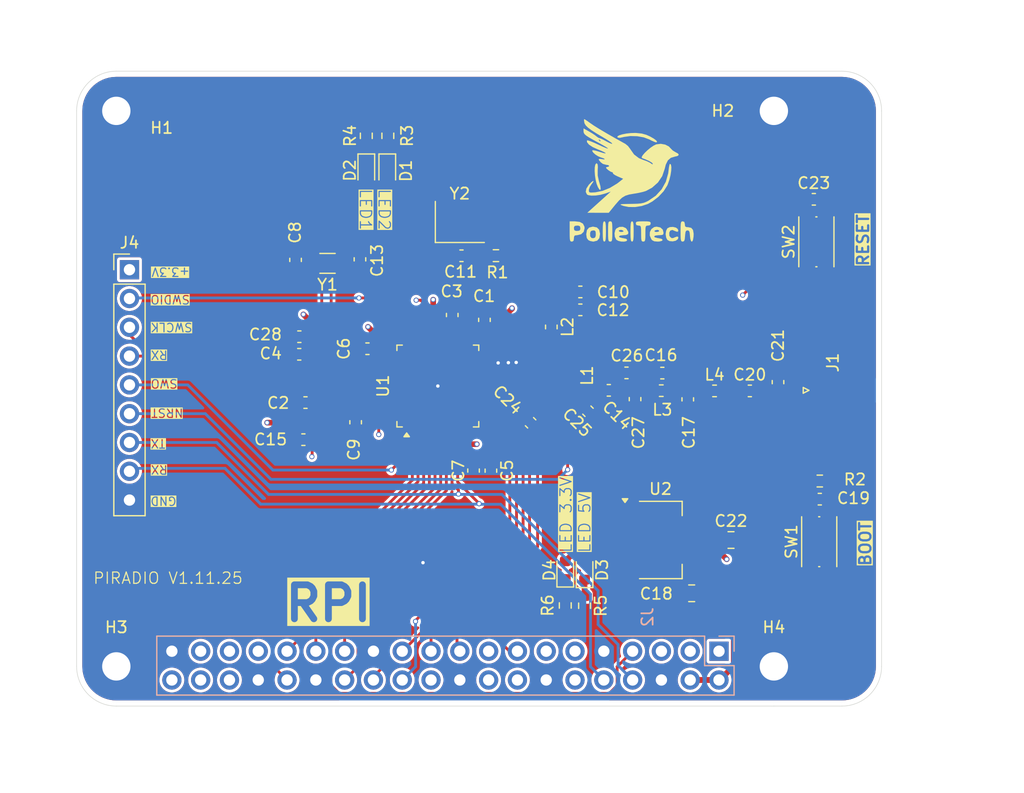
<source format=kicad_pcb>
(kicad_pcb (version 20241229) (generator "pcbnew") (generator_version "9.0")
  (layers (0 "F.Cu" signal "L1.SIGNAL") (4 "In1.Cu" signal "L2.GND") (6 "In2.Cu" signal "L3.PWR") (2 "B.Cu" signal "L4.SIGNAL") (13 "F.Paste" user) (15 "B.Paste" user) (5 "F.SilkS" user "F.Silkscreen") (7 "B.SilkS" user "B.Silkscreen") (1 "F.Mask" user) (3 "B.Mask" user) (25 "Edge.Cuts" user))
  (net 0 "")
  (net 1 "+3.3V")
  (net 2 "GND")
  (net 3 "/OSC32_OUT")
  (net 4 "VR_PA")
  (net 5 "Net-(C11-Pad2)")
  (net 6 "Net-(Y2-OUT)")
  (net 7 "/OSC32_IN")
  (net 8 "Net-(U1-RFO_HP)")
  (net 9 "/RFI_N")
  (net 10 "/VFBSMPS")
  (net 11 "Net-(C16-Pad1)")
  (net 12 "+5V")
  (net 13 "Net-(C19-Pad1)")
  (net 14 "Net-(J1-In)")
  (net 15 "Net-(C20-Pad1)")
  (net 16 "NRST")
  (net 17 "/I2C1_SCL")
  (net 18 "/I2C1_SDA")
  (net 19 "/SPI1_MISO")
  (net 20 "/PA0")
  (net 22 "/PA4")
  (net 23 "/PB5")
  (net 24 "/SPI1_SCK")
  (net 25 "/SPI1_MOSI")
  (net 27 "/PA8")
  (net 28 "/PB8")
  (net 29 "/USART2_RX")
  (net 31 "/PA1")
  (net 34 "/PB4")
  (net 36 "/USART2_TX")
  (net 38 "/DEBUG_JTDI")
  (net 39 "/DEBUG_JTDO-SWO")
  (net 40 "/DEBUG_JTCK-SWCLK")
  (net 41 "/DEBUG_JTMS-SWDIO")
  (net 42 "/RFI_P")
  (net 43 "/OSC_IN")
  (net 44 "/BOOT")
  (net 46 "/VDDTCXO")
  (net 50 "Net-(C14-Pad1)")
  (net 61 "unconnected-(J2-GPIO18{slash}SPI1_~{CE0}{slash}PCM_CLK{slash}PWM0-Pad12)")
  (net 65 "Net-(D1-K)")
  (net 66 "/LED1")
  (net 67 "/LED2")
  (net 68 "Net-(D2-K)")
  (net 69 "Net-(D3-K)")
  (net 70 "Net-(D4-K)")
  (footprint "Capacitor_SMD:C_0603_1608Metric" (layer "F.Cu") (at 156.685 85.73 180)
    (property "Reference" "C2")
    (property "Value" "0.1u")
  )
  (footprint "Capacitor_SMD:C_0603_1608Metric" (layer "F.Cu") (at 185.755 85.425 -90)
    (property "Reference" "C27")
    (property "Value" "0.7p")
  )
  (footprint "Connector_PinHeader_2.54mm:PinHeader_1x09_P2.54mm_Vertical" (layer "F.Cu") (at 141.16 74.01)
    (property "Reference" "J4")
    (property "Value" "SWD")
  )
  (footprint "Package_DFN_QFN:QFN-48-1EP_7x7mm_P0.5mm_EP5.6x5.6mm" (layer "F.Cu") (at 168.36 84.27 90)
    (property "Reference" "U1")
    (property "Value" "STM32WLE5CCUx")
  )
  (footprint "Resistor_SMD:R_0603_1608Metric" (layer "F.Cu") (at 163.95 62.2 90)
    (property "Reference" "R3")
    (property "Value" "1k")
  )
  (footprint "Capacitor_SMD:C_0603_1608Metric" (layer "F.Cu") (at 190.405 85.445 -90)
    (property "Reference" "C17")
    (property "Value" "7.5p")
  )
  (footprint "Button_Switch_SMD:SW_Push_1P1T_NO_CK_KMR2" (layer "F.Cu") (at 201.75 71.55 90)
    (property "Reference" "SW2")
    (property "Value" "RSET")
  )
  (footprint "Capacitor_SMD:C_0603_1608Metric" (layer "F.Cu") (at 195.88 84.7)
    (property "Reference" "C20")
    (property "Value" "33p")
  )
  (footprint "Capacitor_SMD:C_0603_1608Metric" (layer "F.Cu") (at 198.365 83.925 90)
    (property "Reference" "C21")
    (property "Value" "2.2p")
  )
  (footprint "Capacitor_SMD:C_0603_1608Metric" (layer "F.Cu") (at 156.135 81.47 180)
    (property "Reference" "C4")
    (property "Value" "0.1u")
  )
  (footprint "Capacitor_SMD:C_0603_1608Metric" (layer "F.Cu") (at 156.5 89 180)
    (property "Reference" "C15")
    (property "Value" "0.47u")
  )
  (footprint "Capacitor_SMD:C_0603_1608Metric" (layer "F.Cu") (at 181.601992 86.491992 -45)
    (property "Reference" "C25")
    (property "Value" "4.3p")
  )
  (footprint "Capacitor_SMD:C_0603_1608Metric" (layer "F.Cu") (at 180.93 75.97)
    (property "Reference" "C10")
    (property "Value" "47n")
  )
  (footprint "Button_Switch_SMD:SW_Push_1P1T_NO_CK_KMR2" (layer "F.Cu") (at 202 98 90)
    (property "Reference" "SW1")
    (property "Value" "BOOT")
  )
  (footprint "LED_SMD:LED_0603_1608Metric" (layer "F.Cu") (at 179.6 100.512499 90)
    (property "Reference" "D4")
    (property "Value" "LED_3.3")
  )
  (footprint "Resistor_SMD:R_0603_1608Metric" (layer "F.Cu") (at 181.3 103.649996 -90)
    (property "Reference" "R5")
    (property "Value" "1k")
  )
  (footprint "Capacitor_SMD:C_0603_1608Metric" (layer "F.Cu") (at 172.47 78.435 90)
    (property "Reference" "C1")
    (property "Value" "0.1u")
  )
  (footprint "Capacitor_SMD:C_0603_1608Metric" (layer "F.Cu") (at 202.05 94.25)
    (property "Reference" "C19")
    (property "Value" "0.1u")
  )
  (footprint "Resistor_SMD:R_0603_1608Metric" (layer "F.Cu") (at 173.485 72.77)
    (property "Reference" "R1")
    (property "Value" "220")
  )
  (footprint "Capacitor_SMD:C_0603_1608Metric" (layer "F.Cu") (at 176.541992 87.511992 -45)
    (property "Reference" "C24")
    (property "Value" "0.1u")
  )
  (footprint "Capacitor_SMD:C_0603_1608Metric" (layer "F.Cu") (at 183.44 84.65 180)
    (property "Reference" "C14")
    (property "Value" "4p")
  )
  (footprint "MountingHole:MountingHole_2.5mm_Pad" (layer "F.Cu") (at 140 60)
    (property "Reference" "H1")
    (property "Value" "MountingHole_Pad")
  )
  (footprint "Library:LOGO" (layer "F.Cu") (at 185.35 66.45)
    (property "Reference" "G***" (hide yes))
    (property "Value" "LOGO" (hide yes))
  )
  (footprint "Oscillator:Oscillator_SMD_SeikoEpson_SG8002CE-4Pin_3.2x2.5mm" (layer "F.Cu") (at 170.3 69.8)
    (property "Reference" "Y2")
    (property "Value" "TXCO")
  )
  (footprint "Resistor_SMD:R_0603_1608Metric" (layer "F.Cu") (at 179.600001 103.625 -90)
    (property "Reference" "R6")
    (property "Value" "1k")
  )
  (footprint "Capacitor_SMD:C_0603_1608Metric" (layer "F.Cu") (at 169.63 78.005 90)
    (property "Reference" "C3")
    (property "Value" "0.1u")
  )
  (footprint "Capacitor_SMD:C_0805_2012Metric" (layer "F.Cu") (at 194.22 97.8525)
    (property "Reference" "C22")
    (property "Value" "10u")
  )
  (footprint "Capacitor_SMD:C_0603_1608Metric" (layer "F.Cu") (at 156.145 79.92 180)
    (property "Reference" "C28")
    (property "Value" "0.1u")
  )
  (footprint "Inductor_SMD:L_0603_1608Metric" (layer "F.Cu") (at 178.37 79.06 -90)
    (property "Reference" "L2")
    (property "Value" "47n")
  )
  (footprint "LED_SMD:LED_0603_1608Metric" (layer "F.Cu") (at 163.9 65.287499 -90)
    (property "Reference" "D1")
    (property "Value" "LED_1")
  )
  (footprint "Inductor_SMD:L_0603_1608Metric" (layer "F.Cu") (at 192.7675 84.7)
    (property "Reference" "L4")
    (property "Value" "8.2n")
  )
  (footprint "Capacitor_SMD:C_0603_1608Metric" (layer "F.Cu") (at 185 83.11 180)
    (property "Reference" "C26")
    (property "Value" "33p")
  )
  (footprint "Inductor_SMD:L_0603_1608Metric" (layer "F.Cu") (at 188.0675 84.68)
    (property "Reference" "L3")
    (property "Value" "3.3n")
  )
  (footprint "LED_SMD:LED_0603_1608Metric" (layer "F.Cu") (at 181.3 100.562499 90)
    (property "Reference" "D3")
    (property "Value" "LED_5")
  )
  (footprint "Capacitor_SMD:C_0603_1608Metric" (layer "F.Cu") (at 161.49 73.095 90)
    (property "Reference" "C13")
    (property "Value" "0.1u")
  )
  (footprint "MountingHole:MountingHole_2.5mm_Pad" (layer "F.Cu") (at 198 60)
    (property "Reference" "H2")
    (property "Value" "MountingHole_Pad")
  )
  (footprint "Capacitor_SMD:C_0603_1608Metric" (layer "F.Cu") (at 173.04 91.735 -90)
    (property "Reference" "C5")
    (property "Value" "4.7u")
  )
  (footprint "Connector_Coaxial:SMA_Amphenol_132289_EdgeMount" (layer "F.Cu") (at 204.3 84.65)
    (property "Reference" "J1")
    (property "Value" "Conn_sma")
  )
  (footprint "Capacitor_SMD:C_0603_1608Metric" (layer "F.Cu") (at 201.525 67.8)
    (property "Reference" "C23")
    (property "Value" "0.1u")
  )
  (footprint "Capacitor_SMD:C_0805_2012Metric" (layer "F.Cu") (at 190.75 102.55)
    (property "Reference" "C18")
    (property "Value" "10u")
  )
  (footprint "Capacitor_SMD:C_0603_1608Metric" (layer "F.Cu") (at 161.11 87.465 -90)
    (property "Reference" "C9")
    (property "Value" "4.7u")
  )
  (footprint "Capacitor_SMD:C_0603_1608Metric" (layer "F.Cu") (at 155.81 73.145 90)
    (property "Reference" "C8")
    (property "Value" "0.1u")
  )
  (footprint "MountingHole:MountingHole_2.5mm_Pad" (layer "F.Cu") (at 198 109)
    (property "Reference" "H4")
    (property "Value" "MountingHole_Pad" (hide yes))
  )
  (footprint "MountingHole:MountingHole_2.5mm_Pad" (layer "F.Cu") (at 140 109)
    (property "Reference" "H3")
    (property "Value" "MountingHole_Pad" (hide yes))
  )
  (footprint "Resistor_SMD:R_0603_1608Metric" (layer "F.Cu") (at 162.05 62.200002 90)
    (property "Reference" "R4")
    (property "Value" "1k")
  )
  (footprint "Capacitor_SMD:C_0603_1608Metric" (layer "F.Cu") (at 162.15 80.98 180)
    (property "Reference" "C6")
    (property "Value" "0.1u")
  )
  (footprint "Crystal:Crystal_SMD_3215-2Pin_3.2x1.5mm" (layer "F.Cu") (at 158.630001 73.45)
    (property "Reference" "Y1")
    (property "Value" "32.768kHz")
  )
  (footprint "Capacitor_SMD:C_0603_1608Metric" (layer "F.Cu") (at 171.51 91.725 -90)
    (property "Reference" "C7")
    (property "Value" "0.1u")
  )
  (footprint "Capacitor_SMD:C_0603_1608Metric" (layer "F.Cu") (at 170.445 72.78)
    (property "Reference" "C11")
    (property "Value" "10p")
  )
  (footprint "Capacitor_SMD:C_0603_1608Metric" (layer "F.Cu") (at 180.93 77.55)
    (property "Reference" "C12")
    (property "Value" "68p")
  )
  (footprint "Inductor_SMD:L_0402_1005Metric" (layer "F.Cu") (at 180.355 83.352499 -90)
    (property "Reference" "L1")
    (property "Value" "9n")
  )
  (footprint "Resistor_SMD:R_0603_1608Metric" (layer "F.Cu") (at 202.05 92.65 180)
    (property "Reference" "R2")
    (property "Value" "10k")
  )
  (footprint "Package_TO_SOT_SMD:SOT-223-3_TabPin2" (layer "F.Cu") (at 188 97.85)
    (property "Reference" "U2")
    (property "Value" "TC1264-3.3VDB")
  )
  (footprint "LED_SMD:LED_0603_1608Metric" (layer "F.Cu") (at 162.05 65.287501 -90)
    (property "Reference" "D2")
    (property "Value" "LED_2")
  )
  (footprint "Capacitor_SMD:C_0603_1608Metric" (layer "F.Cu") (at 188.16 83.13 180)
    (property "Reference" "C16")
    (property "Value" "2.2p")
  )
  (footprint "Connector_PinSocket_2.54mm:PinSocket_2x20_P2.54mm_Vertical" (layer "B.Cu") (at 193.16 107.66 90)
    (property "Reference" "J2")
    (property "Value" "Raspberry_Pi_4")
  )
  (gr_line (start 136.5 60) (end 136.5 109) (stroke (width 0.05)) (layer "Edge.Cuts"))
  (gr_arc (start 204 56.5) (mid 206.474874 57.525126) (end 207.5 60) (stroke (width 0.05)) (layer "Edge.Cuts"))
  (gr_line (start 140 56.5) (end 204 56.5) (stroke (width 0.05)) (layer "Edge.Cuts"))
  (gr_arc (start 207.5 109) (mid 206.474874 111.474874) (end 204 112.5) (stroke (width 0.05)) (layer "Edge.Cuts"))
  (gr_arc (start 140 112.5) (mid 137.525126 111.474874) (end 136.5 109) (stroke (width 0.05)) (layer "Edge.Cuts"))
  (gr_arc (start 136.5 60) (mid 137.525126 57.525126) (end 140 56.5) (stroke (width 0.05)) (layer "Edge.Cuts"))
  (gr_line (start 207.5 109) (end 207.5 60) (stroke (width 0.05)) (layer "Edge.Cuts"))
  (gr_line (start 140 112.5) (end 198 112.5) (stroke (width 0.05)) (layer "Edge.Cuts"))
  (gr_line (start 204 112.5) (end 198 112.5) (stroke (width 0.05)) (layer "Edge.Cuts"))
  (gr_text "LED1" (at 161.4 66.8 270) (layer "F.SilkS" knockout) (effects (font (size 1 1) (thickness 0.1)) (justify left bottom)))
  (gr_text "SWDIO" (at 146.55 76.19 180) (layer "F.SilkS" knockout) (effects (font (size 0.75 0.75) (thickness 0.1)) (justify left bottom)))
  (gr_text "PIRADIO V1.11.25" (at 137.9 101.8 0) (layer "F.SilkS") (effects (font (size 1 1) (thickness 0.1)) (justify left bottom)))
  (gr_text "RX" (at 144.59 81.08 180) (layer "F.SilkS" knockout) (effects (font (size 0.75 0.75) (thickness 0.1)) (justify left bottom)))
  (gr_text "TX" (at 144.39 88.9 180) (layer "F.SilkS" knockout) (effects (font (size 0.75 0.75) (thickness 0.1)) (justify left bottom)))
  (gr_text "LED2" (at 163.05 66.8 270) (layer "F.SilkS" knockout) (effects (font (size 1 1) (thickness 0.1)) (justify left bottom)))
  (gr_text "BOOT" (at 206.65 100.25 90) (layer "F.SilkS" knockout) (effects (font (size 1 1) (thickness 0.2) (bold yes)) (justify left bottom)))
  (gr_text "RX" (at 144.59 91.2 180) (layer "F.SilkS" knockout) (effects (font (size 0.75 0.75) (thickness 0.1)) (justify left bottom)))
  (gr_text "RPI" (at 154.6 105.2 0) (layer "F.SilkS" knockout) (effects (font (size 3 3) (thickness 0.6) (bold yes)) (justify left bottom)))
  (gr_text "LED 5V" (at 181.9 99.05 90) (layer "F.SilkS" knockout) (effects (font (size 1 1) (thickness 0.1)) (justify left bottom)))
  (gr_text "SWO" (at 145.46 83.61 180) (layer "F.SilkS" knockout) (effects (font (size 0.75 0.75) (thickness 0.1)) (justify left bottom)))
  (gr_text "GND" (at 145.37 93.96 180) (layer "F.SilkS" knockout) (effects (font (size 0.75 0.75) (thickness 0.1)) (justify left bottom)))
  (gr_text "SWCLK" (at 146.77 78.64 180) (layer "F.SilkS" knockout) (effects (font (size 0.75 0.75) (thickness 0.1)) (justify left bottom)))
  (gr_text "RESET" (at 206.45 73.8 90) (layer "F.SilkS" knockout) (effects (font (size 1 1) (thickness 0.2) (bold yes)) (justify left bottom)))
  (gr_text "+3.3V" (at 146.54 73.76 180) (layer "F.SilkS" knockout) (effects (font (size 0.75 0.75) (thickness 0.1)) (justify left bottom)))
  (gr_text "NRST" (at 145.97 86.19 180) (layer "F.SilkS" knockout) (effects (font (size 0.75 0.75) (thickness 0.1)) (justify left bottom)))
  (gr_text "LED 3.3V" (at 180.25 99.05 90) (layer "F.SilkS" knockout) (effects (font (size 1 1) (thickness 0.1)) (justify left bottom)))
  (segment (start 169.61 80.8325) (end 169.61 78.8) (width 0.25) (layer "F.Cu") (net 1))
  (segment (start 179.6 99.724998) (end 181.474998 97.85) (width 0.5) (layer "F.Cu") (net 1))
  (segment (start 164.9225 85.020001) (end 164.873501 85.069) (width 0.25) (layer "F.Cu") (net 1))
  (segment (start 173.14 79.21) (end 172.47 79.21) (width 0.5) (layer "F.Cu") (net 1))
  (segment (start 164.9225 83.519999) (end 158.959999 83.519999) (width 0.25) (layer "F.Cu") (net 1))
  (segment (start 156.92 79.92) (end 156.92 78.37) (width 0.5) (layer "F.Cu") (net 1))
  (segment (start 157.46 85.73) (end 158.78 85.73) (width 0.25) (layer "F.Cu") (net 1))
  (segment (start 162.925 81.155) (end 163.29 81.52) (width 0.25) (layer "F.Cu") (net 1))
  (segment (start 173.03 90.95) (end 173.04 90.96) (width 0.25) (layer "F.Cu") (net 1))
  (segment (start 162.925 79.775) (end 162.925 80.98) (width 0.5) (layer "F.Cu") (net 1))
  (segment (start 193.84 99.5525) (end 193.24 98.9525) (width 0.5) (layer "F.Cu") (net 1))
  (segment (start 174.9 77.4) (end 174.9 77.45) (width 0.5) (layer "F.Cu") (net 1))
  (segment (start 193.27 97.8525) (end 191.1525 97.8525) (width 0.5) (layer "F.Cu") (net 1))
  (segment (start 159.489999 85.020001) (end 164.9225 85.020001) (width 0.25) (layer "F.Cu") (net 1))
  (segment (start 184.85 97.85) (end 191.15 97.85) (width 0.5) (layer "F.Cu") (net 1))
  (segment (start 170.7 89.4) (end 170.61 89.31) (width 0.25) (layer "F.Cu") (net 1))
  (segment (start 170.7 90.8) (end 170.85 90.95) (width 0.5) (layer "F.Cu") (net 1))
  (segment (start 161.780001 86.019999) (end 162.5 86.019999) (width 0.25) (layer "F.Cu") (net 1))
  (segment (start 170.85 90.95) (end 171.51 90.95) (width 0.5) (layer "F.Cu") (net 1))
  (segment (start 193.24 97.8825) (end 193.27 97.8525) (width 0.5) (layer "F.Cu") (net 1))
  (segment (start 174.9 77.45) (end 173.14 79.21) (width 0.5) (layer "F.Cu") (net 1))
  (segment (start 153.3 87.5) (end 156.4 87.5) (width 0.5) (layer "F.Cu") (net 1))
  (segment (start 161.11 86.69) (end 161.780001 86.019999) (width 0.25) (layer "F.Cu") (net 1))
  (segment (start 156.92 78.37) (end 156.5 77.95) (width 0.5) (layer "F.Cu") (net 1))
  (segment (start 162.5 86.019999) (end 163.15 86.669999) (width 0.25) (layer "F.Cu") (net 1))
  (segment (start 169.61 78.8) (end 169.63 78.78) (width 0.25) (layer "F.Cu") (net 1))
  (segment (start 171.52 90.96) (end 171.51 90.95) (width 0.25) (layer "F.Cu") (net 1))
  (segment (start 191.1525 97.8525) (end 191.15 97.85) (width 0.5) (layer "F.Cu") (net 1))
  (segment (start 157.46 86.44) (end 157.46 85.73) (width 0.5) (layer "F.Cu") (net 1))
  (segment (start 163.29 81.52) (end 164.9225 81.52) (width 0.25) (layer "F.Cu") (net 1))
  (segment (start 158.78 85.73) (end 159.489999 85.020001) (width 0.25) (layer "F.Cu") (net 1))
  (segment (start 171.11 80.8325) (end 171.11 80.08) (width 0.25) (layer "F.Cu") (net 1))
  (segment (start 173.04 90.96) (end 171.52 90.96) (width 0.5) (layer "F.Cu") (net 1))
  (segment (start 170.7 89.4) (end 171.8 89.4) (width 0.5) (layer "F.Cu") (net 1))
  (segment (start 170.61 89.31) (end 170.61 87.7075) (width 0.25) (layer "F.Cu") (net 1))
  (segment (start 168.794588 78.78) (end 169.63 78.78) (width 0.5) (layer "F.Cu") (net 1))
  (segment (start 171.98 79.21) (end 172.47 79.21) (width 0.25) (layer "F.Cu") (net 1))
  (segment (start 156.4 87.5) (end 157.46 86.44) (width 0.5) (layer "F.Cu") (net 1))
  (segment (start 156.91 81.47) (end 156.91 79.93) (width 0.25) (layer "F.Cu") (net 1))
  (segment (start 162.2 79.05) (end 162.925 79.775) (width 0.5) (layer "F.Cu") (net 1))
  (segment (start 181.474998 97.85) (end 184.85 97.85) (width 0.5) (layer "F.Cu") (net 1))
  (segment (start 162.925 80.98) (end 162.925 81.155) (width 0.25) (layer "F.Cu") (net 1))
  (segment (start 167.95 76.65) (end 167.95 77.935412) (width 0.5) (layer "F.Cu") (net 1))
  (segment (start 163.15 86.669999) (end 163.15 88.55) (width 0.25) (layer "F.Cu") (net 1))
  (segment (start 158.959999 83.519999) (end 156.91 81.47) (width 0.25) (layer "F.Cu") (net 1))
  (segment (start 170.7 89.4) (end 170.7 90.8) (width 0.5) (layer "F.Cu") (net 1))
  (segment (start 193.24 98.9525) (end 193.24 97.8825) (width 0.5) (layer "F.Cu") (net 1))
  (segment (start 171.11 80.08) (end 171.98 79.21) (width 0.25) (layer "F.Cu") (net 1))
  (segment (start 167.95 77.935412) (end 168.794588 78.78) (width 0.5) (layer "F.Cu") (net 1))
  (segment (start 171.63 90.83) (end 171.51 90.95) (width 0.25) (layer "F.Cu") (net 1))
  (segment (start 161.780001 86.019999) (end 164.9225 86.019999) (width 0.25) (layer "F.Cu") (net 1))
  (via (at 163.15 88.55) (size 0.45) (drill 0.3) (layers "F.Cu" "B.Cu") (net 1))
  (via (at 171.8 89.4) (size 0.45) (drill 0.3) (layers "F.Cu" "B.Cu") (net 1))
  (via (at 162.2 79.05) (size 0.45) (drill 0.3) (layers "F.Cu" "B.Cu") (net 1))
  (via (at 193.84 99.5525) (size 0.45) (drill 0.3) (layers "F.Cu" "B.Cu") (net 1))
  (via (at 174.9 77.4) (size 0.45) (drill 0.3) (layers "F.Cu" "B.Cu") (net 1))
  (via (at 156.5 77.95) (size 0.45) (drill 0.3) (layers "F.Cu" "B.Cu") (net 1))
  (via (at 153.3 87.5) (size 0.45) (drill 0.3) (layers "F.Cu" "B.Cu") (net 1))
  (via (at 167.95 76.65) (size 0.45) (drill 0.3) (layers "F.Cu" "B.Cu") (net 1))
  (via (at 174.58 82.21) (size 0.45) (drill 0.3) (layers "F.Cu" "B.Cu") (net 2))
  (via (at 168.36 84.27) (size 0.45) (drill 0.3) (layers "F.Cu" "B.Cu") (net 2))
  (via (at 173.68 82.23) (size 0.45) (drill 0.3) (layers "F.Cu" "B.Cu") (net 2))
  (via (at 167.05 99.85) (size 0.45) (drill 0.3) (layers "F.Cu" "B.Cu") (net 2))
  (via (at 175.27 82.19) (size 0.45) (drill 0.3) (layers "F.Cu" "B.Cu") (net 2))
  (segment (start 158.35 81.04) (end 158.12 80.81) (width 0.25) (layer "F.Cu") (net 3))
  (segment (start 160.33 83.02) (end 158.35 81.04) (width 0.25) (layer "F.Cu") (net 3))
  (segment (start 157.380002 73.45) (end 158.12 74.189998) (width 0.25) (layer "F.Cu") (net 3))
  (segment (start 158.12 74.189998) (end 158.12 77.92) (width 0.25) (layer "F.Cu") (net 3))
  (segment (start 156.910002 73.92) (end 157.380002 73.45) (width 0.25) (layer "F.Cu") (net 3))
  (segment (start 158.12 80.81) (end 158.12 77.92) (width 0.25) (layer "F.Cu") (net 3))
  (segment (start 164.9225 83.02) (end 160.33 83.02) (width 0.25) (layer "F.Cu") (net 3))
  (segment (start 155.81 73.92) (end 156.910002 73.92) (width 0.25) (layer "F.Cu") (net 3))
  (segment (start 174.328344 79.34) (end 177.302499 79.34) (width 0.25) (layer "F.Cu") (net 4))
  (segment (start 179.092499 77.55) (end 178.37 78.272499) (width 0.355547) (layer "F.Cu") (net 4))
  (segment (start 172.148344 81.52) (end 174.328344 79.34) (width 0.25) (layer "F.Cu") (net 4))
  (segment (start 180.155 77.55) (end 180.155 75.97) (width 0.355547) (layer "F.Cu") (net 4))
  (segment (start 171.7975 81.52) (end 172.148344 81.52) (width 0.25) (layer "F.Cu") (net 4))
  (segment (start 177.302499 79.34) (end 178.37 78.272499) (width 0.25) (layer "F.Cu") (net 4))
  (segment (start 180.155 77.55) (end 179.092499 77.55) (width 0.355547) (layer "F.Cu") (net 4))
  (segment (start 171.23 72.77) (end 171.22 72.78) (width 0.25) (layer "F.Cu") (net 5))
  (segment (start 172.66 72.77) (end 171.23 72.77) (width 0.25) (layer "F.Cu") (net 5))
  (segment (start 171.5 68.85) (end 170.126 70.224) (width 0.25) (layer "F.Cu") (net 6))
  (segment (start 170.126 72.324) (end 169.67 72.78) (width 0.25) (layer "F.Cu") (net 6))
  (segment (start 170.126 70.224) (end 170.126 72.324) (width 0.25) (layer "F.Cu") (net 6))
  (segment (start 164.9225 82.520001) (end 160.540001 82.520001) (width 0.25) (layer "F.Cu") (net 7))
  (segment (start 158.95 74.17) (end 159.67 73.45) (width 0.25) (layer "F.Cu") (net 7))
  (segment (start 159.67 73.45) (end 159.88 73.45) (width 0.25) (layer "F.Cu") (net 7))
  (segment (start 160.540001 82.520001) (end 158.95 80.93) (width 0.25) (layer "F.Cu") (net 7))
  (segment (start 161.49 73.87) (end 160.3 73.87) (width 0.25) (layer "F.Cu") (net 7))
  (segment (start 160.3 73.87) (end 159.88 73.45) (width 0.25) (layer "F.Cu") (net 7))
  (segment (start 158.95 80.93) (end 158.95 74.17) (width 0.25) (layer "F.Cu") (net 7))
  (segment (start 184.225 82.105) (end 181.967501 79.847501) (width 0.355547) (layer "F.Cu") (net 8))
  (segment (start 171.7975 82.02) (end 171.8465 81.971) (width 0.25) (layer "F.Cu") (net 8))
  (segment (start 181.967501 79.847501) (end 178.37 79.847501) (width 0.355547) (layer "F.Cu") (net 8))
  (segment (start 174.458653 79.847501) (end 178.37 79.847501) (width 0.25) (layer "F.Cu") (net 8))
  (segment (start 171.8465 81.971) (end 172.335154 81.971) (width 0.25) (layer "F.Cu") (net 8))
  (segment (start 184.225 83.11) (end 184.225 82.105) (width 0.355547) (layer "F.Cu") (net 8))
  (segment (start 172.335154 81.971) (end 174.458653 79.847501) (width 0.25) (layer "F.Cu") (net 8))
  (segment (start 182.665 83.485) (end 181.744998 82.564998) (width 0.355547) (layer "F.Cu") (net 9))
  (segment (start 171.8225 83.045) (end 180.177499 83.045) (width 0.2) (layer "F.Cu") (net 9))
  (segment (start 180.355 82.867499) (end 180.355 82.564998) (width 0.2) (layer "F.Cu") (net 9))
  (segment (start 180.177499 83.045) (end 180.355 82.867499) (width 0.2) (layer "F.Cu") (net 9))
  (segment (start 171.7975 83.02) (end 171.8225 83.045) (width 0.2) (layer "F.Cu") (net 9))
  (segment (start 181.744998 82.564998) (end 180.355 82.564998) (width 0.355547) (layer "F.Cu") (net 9))
  (segment (start 182.665 84.65) (end 182.665 83.485) (width 0.355547) (layer "F.Cu") (net 9))
  (segment (start 157.275 89) (end 157.275 90.475) (width 0.25) (layer "F.Cu") (net 10))
  (segment (start 157.3 88.975) (end 157.275 89) (width 0.25) (layer "F.Cu") (net 10))
  (segment (start 167.15 77) (end 167.15 77.95) (width 0.25) (layer "F.Cu") (net 10))
  (segment (start 158.45 86.35) (end 157.3 87.5) (width 0.25) (layer "F.Cu") (net 10))
  (segment (start 167.15 77.95) (end 169.110001 79.910001) (width 0.25) (layer "F.Cu") (net 10))
  (segment (start 160.18 85.52) (end 159.35 86.35) (width 0.25) (layer "F.Cu") (net 10))
  (segment (start 166.45 76.7) (end 166.85 76.7) (width 0.25) (layer "F.Cu") (net 10))
  (segment (start 157.275 90.475) (end 157.25 90.5) (width 0.25) (layer "F.Cu") (net 10))
  (segment (start 169.110001 79.910001) (end 169.110001 80.8325) (width 0.25) (layer "F.Cu") (net 10))
  (segment (start 157.3 87.5) (end 157.3 88.975) (width 0.25) (layer "F.Cu") (net 10))
  (segment (start 166.85 76.7) (end 167.15 77) (width 0.25) (layer "F.Cu") (net 10))
  (segment (start 164.9225 85.52) (end 160.18 85.52) (width 0.25) (layer "F.Cu") (net 10))
  (segment (start 159.35 86.35) (end 158.45 86.35) (width 0.25) (layer "F.Cu") (net 10))
  (via (at 166.45 76.7) (size 0.45) (drill 0.3) (layers "F.Cu" "B.Cu") (net 10))
  (via (at 157.25 90.5) (size 0.45) (drill 0.3) (layers "F.Cu" "B.Cu") (net 10))
  (segment (start 191.98 84.7) (end 188.875 84.7) (width 0.355547) (layer "F.Cu") (net 11))
  (segment (start 188.935 83.13) (end 188.935 84.6) (width 0.355547) (layer "F.Cu") (net 11))
  (segment (start 188.875 84.7) (end 188.855 84.68) (width 0.355547) (layer "F.Cu") (net 11))
  (segment (start 188.935 84.6) (end 188.855 84.68) (width 0.355547) (layer "F.Cu") (net 11))
  (segment (start 187.4 100.15) (end 189.8 102.55) (width 0.5) (layer "F.Cu") (net 12))
  (segment (start 181.675002 100.15) (end 181.3 99.774998) (width 0.5) (layer "F.Cu") (net 12))
  (segment (start 192.752 104.65) (end 191.05 104.65) (width 0.5) (layer "F.Cu") (net 12))
  (segment (start 184.85 100.15) (end 181.675002 100.15) (width 0.5) (layer "F.Cu") (net 12))
  (segment (start 193.16 110.2) (end 190.62 110.2) (width 0.5) (layer "F.Cu") (net 12))
  (segment (start 189.8 103.4) (end 189.8 102.55) (width 0.5) (layer "F.Cu") (net 12))
  (segment (start 194.461 108.961) (end 194.461 106.359) (width 0.5) (layer "F.Cu") (net 12))
  (segment (start 193.222 110.2) (end 194.461 108.961) (width 0.5) (layer "F.Cu") (net 12))
  (segment (start 184.85 100.15) (end 187.4 100.15) (width 0.5) (layer "F.Cu") (net 12))
  (segment (start 191.05 104.65) (end 189.8 103.4) (width 0.5) (layer "F.Cu") (net 12))
  (segment (start 194.461 106.359) (end 192.752 104.65) (width 0.5) (layer "F.Cu") (net 12))
  (segment (start 190.62 110.2) (end 193.222 110.2) (width 0.5) (layer "F.Cu") (net 12))
  (segment (start 201.225 94.3) (end 201.275 94.25) (width 0.25) (layer "F.Cu") (net 13))
  (segment (start 201.275 94.25) (end 201.275 95.875) (width 0.25) (layer "F.Cu") (net 13))
  (segment (start 201.275 92.7) (end 201.225 92.65) (width 0.25) (layer "F.Cu") (net 13))
  (segment (start 201.275 95.875) (end 201.2 95.95) (width 0.25) (layer "F.Cu") (net 13))
  (segment (start 201.2 95.95) (end 201.2 100.05) (width 0.25) (layer "F.Cu") (net 13))
  (segment (start 201.275 94.25) (end 201.275 92.7) (width 0.25) (layer "F.Cu") (net 13))
  (segment (start 202.2875 84.7) (end 202.4375 84.55) (width 0.355547) (layer "F.Cu") (net 14))
  (segment (start 196.655 84.7) (end 198.365 84.7) (width 0.355547) (layer "F.Cu") (net 14))
  (segment (start 198.365 84.7) (end 202.2875 84.7) (width 0.355547) (layer "F.Cu") (net 14))
  (segment (start 195.105 84.7) (end 193.555 84.7) (width 0.355547) (layer "F.Cu") (net 15))
  (segment (start 175.67 86.64) (end 175.993984 86.963984) (width 0.25) (layer "F.Cu") (net 16))
  (segment (start 200.95 68) (end 200.75 67.8) (width 0.25) (layer "F.Cu") (net 16))
  (segment (start 200.95 73.6) (end 197.9 73.6) (width 0.25) (layer "F.Cu") (net 16))
  (segment (start 176.527968 86.43) (end 175.993984 86.963984) (width 0.25) (layer "F.Cu") (net 16))
  (segment (start 172.62 84.52) (end 174.74 86.64) (width 0.25) (layer "F.Cu") (net 16))
  (segment (start 200.95 69.5) (end 200.95 68) (width 0.25) (layer "F.Cu") (net 16))
  (segment (start 179.81 91.65) (end 179.81 88.59) (width 0.25) (layer "F.Cu") (net 16))
  (segment (start 177.65 86.43) (end 176.527968 86.43) (width 0.25) (layer "F.Cu") (net 16))
  (segment (start 171.7975 84.52) (end 172.62 84.52) (width 0.25) (layer "F.Cu") (net 16))
  (segment (start 179.81 88.59) (end 177.65 86.43) (width 0.25) (layer "F.Cu") (net 16))
  (segment (start 197.9 73.6) (end 195.25 76.25) (width 0.25) (layer "F.Cu") (net 16))
  (segment (start 200.95 69.5) (end 200.95 73.6) (width 0.25) (layer "F.Cu") (net 16))
  (segment (start 174.74 86.64) (end 175.67 86.64) (width 0.25) (layer "F.Cu") (net 16))
  (via (at 179.81 91.65) (size 0.45) (drill 0.3) (layers "F.Cu" "B.Cu") (net 16))
  (via (at 195.25 76.25) (size 0.45) (drill 0.3) (layers "F.Cu" "B.Cu") (net 16))
  (segment (start 153.64 92.5) (end 147.85 86.71) (width 0.25) (layer "B.Cu") (net 16))
  (segment (start 178.96 92.5) (end 153.64 92.5) (width 0.25) (layer "B.Cu") (net 16))
  (segment (start 179.81 91.65) (end 178.96 92.5) (width 0.25) (layer "B.Cu") (net 16))
  (segment (start 147.85 86.71) (end 141.16 86.71) (width 0.25) (layer "B.Cu") (net 16))
  (segment (start 167.11 87.7075) (end 167.11 92.84219) (width 0.25) (layer "F.Cu") (net 17))
  (segment (start 158.469 101.491) (end 157.6 102.36) (width 0.25) (layer "F.Cu") (net 17))
  (segment (start 167.11 92.84219) (end 158.469 101.48319) (width 0.25) (layer "F.Cu") (net 17))
  (segment (start 157.6 102.36) (end 157.6 107.66) (width 0.25) (layer "F.Cu") (net 17))
  (segment (start 158.469 101.48319) (end 158.469 101.491) (width 0.25) (layer "F.Cu") (net 17))
  (segment (start 184.176 110.687116) (end 184.176 109.024) (width 0.25) (layer "F.Cu") (net 18))
  (segment (start 167.609999 87.7075) (end 167.61 90.93) (width 0.25) (layer "F.Cu") (net 18))
  (segment (start 184.176 109.024) (end 185.54 107.66) (width 0.25) (layer "F.Cu") (net 18))
  (segment (start 158.92 101.67) (end 158.92 110.643116) (width 0.25) (layer "F.Cu") (net 18))
  (segment (start 167.61 90.93) (end 167.61 92.98) (width 0.25) (layer "F.Cu") (net 18))
  (segment (start 159.652884 111.376) (end 183.487116 111.376) (width 0.25) (layer "F.Cu") (net 18))
  (segment (start 183.487116 111.376) (end 184.176 110.687116) (width 0.25) (layer "F.Cu") (net 18))
  (segment (start 167.61 92.98) (end 158.92 101.67) (width 0.25) (layer "F.Cu") (net 18))
  (segment (start 158.92 110.643116) (end 159.652884 111.376) (width 0.25) (layer "F.Cu") (net 18))
  (segment (start 175.88 98.22) (end 167.76 106.34) (width 0.25) (layer "F.Cu") (net 19))
  (segment (start 172.38095 86.52) (end 175.88 90.01905) (width 0.25) (layer "F.Cu") (net 19))
  (segment (start 171.7975 86.52) (end 172.38095 86.52) (width 0.25) (layer "F.Cu") (net 19))
  (segment (start 167.76 106.34) (end 167.76 107.66) (width 0.25) (layer "F.Cu") (net 19))
  (segment (start 175.88 90.01905) (end 175.88 98.22) (width 0.25) (layer "F.Cu") (net 19))
  (segment (start 161.32 109.02) (end 161.32 101.098) (width 0.25) (layer "F.Cu") (net 20))
  (segment (start 161.316 101.094) (end 161.316 100.664) (width 0.25) (layer "F.Cu") (net 20))
  (segment (start 161.316 100.664) (end 163.499 98.481) (width 0.25) (layer "F.Cu") (net 20))
  (segment (start 160.14 110.2) (end 161.32 109.02) (width 0.25) (layer "F.Cu") (net 20))
  (segment (start 168.61 93.36219) (end 168.61 87.7075) (width 0.25) (layer "F.Cu") (net 20))
  (segment (start 163.499 98.47319) (end 168.61 93.36219) (width 0.25) (layer "F.Cu") (net 20))
  (segment (start 163.499 98.481) (end 163.499 98.47319) (width 0.25) (layer "F.Cu") (net 20))
  (segment (start 161.32 101.098) (end 161.316 101.094) (width 0.25) (layer "F.Cu") (net 20))
  (segment (start 171.55 87.7) (end 174.71 90.86) (width 0.25) (layer "F.Cu") (net 22))
  (segment (start 171.11 87.7075) (end 171.1175 87.7) (width 0.25) (layer "F.Cu") (net 22))
  (segment (start 171.1175 87.7) (end 171.55 87.7) (width 0.25) (layer "F.Cu") (net 22))
  (segment (start 174.71 90.86) (end 174.71 96.64) (width 0.25) (layer "F.Cu") (net 22))
  (segment (start 166.39 104.96) (end 166.39 105.03) (width 0.25) (layer "F.Cu") (net 22))
  (segment (start 174.71 96.64) (end 166.39 104.96) (width 0.25) (layer "F.Cu") (net 22))
  (via (at 166.39 105.03) (size 0.45) (drill 0.3) (layers "F.Cu" "B.Cu") (net 22))
  (segment (start 166.396001 109.023999) (end 166.396001 105.036001) (width 0.25) (layer "B.Cu") (net 22))
  (segment (start 166.396001 105.036001) (end 166.39 105.03) (width 0.25) (layer "B.Cu") (net 22))
  (segment (start 165.22 110.2) (end 166.396001 109.023999) (width 0.25) (layer "B.Cu") (net 22))
  (segment (start 156.78 102.53438) (end 156.78 105.94) (width 0.25) (layer "F.Cu") (net 23))
  (segment (start 166.610001 87.7075) (end 166.610001 92.704379) (width 0.25) (layer "F.Cu") (net 23))
  (segment (start 166.610001 92.704379) (end 156.78 102.53438) (width 0.25) (layer "F.Cu") (net 23))
  (segment (start 156.78 105.94) (end 155.060001 107.66) (width 0.25) (layer "F.Cu") (net 23))
  (segment (start 171.7975 87.02) (end 172.24314 87.02) (width 0.25) (layer "F.Cu") (net 24))
  (segment (start 175.3 90.07686) (end 175.3 97.6) (width 0.25) (layer "F.Cu") (net 24))
  (segment (start 172.24314 87.02) (end 175.3 90.07686) (width 0.25) (layer "F.Cu") (net 24))
  (segment (start 165.24 107.66) (end 165.220001 107.66) (width 0.25) (layer "F.Cu") (net 24))
  (segment (start 175.3 97.6) (end 165.24 107.66) (width 0.25) (layer "F.Cu") (net 24))
  (segment (start 176.45 89.95124) (end 176.45 98.51219) (width 0.25) (layer "F.Cu") (net 25))
  (segment (start 176.45 98.51219) (end 170.05 104.91219) (width 0.25) (layer "F.Cu") (net 25))
  (segment (start 170.05 107.41) (end 170.3 107.66) (width 0.25) (layer "F.Cu") (net 25))
  (segment (start 170.05 104.91219) (end 170.05 107.41) (width 0.25) (layer "F.Cu") (net 25))
  (segment (start 172.518759 86.019999) (end 176.45 89.95124) (width 0.25) (layer "F.Cu") (net 25))
  (segment (start 171.7975 86.019999) (end 172.518759 86.019999) (width 0.25) (layer "F.Cu") (net 25))
  (segment (start 171.89 103.71) (end 177.16 98.44) (width 0.25) (layer "F.Cu") (net 27))
  (segment (start 177.16 90.02343) (end 172.65657 85.52) (width 0.25) (layer "F.Cu") (net 27))
  (segment (start 177.16 98.44) (end 177.16 90.02343) (width 0.25) (layer "F.Cu") (net 27))
  (segment (start 175.379999 107.66) (end 174.68 107.66) (width 0.25) (layer "F.Cu") (net 27))
  (segment (start 174.68 107.66) (end 171.89 104.87) (width 0.25) (layer "F.Cu") (net 27))
  (segment (start 171.89 104.87) (end 171.89 103.71) (width 0.25) (layer "F.Cu") (net 27))
  (segment (start 172.65657 85.52) (end 171.7975 85.52) (width 0.25) (layer "F.Cu") (net 27))
  (segment (start 168.11 93.22438) (end 160.14 101.19438) (width 0.25) (layer "F.Cu") (net 28))
  (segment (start 168.11 87.7075) (end 168.11 93.22438) (width 0.25) (layer "F.Cu") (net 28))
  (segment (start 160.14 107.66) (end 160.12 107.66) (width 0.25) (layer "F.Cu") (net 28))
  (segment (start 160.14 101.19438) (end 160.14 107.66) (width 0.25) (layer "F.Cu") (net 28))
  (segment (start 160.12 107.66) (end 160.13 107.65) (width 0.25) (layer "F.Cu") (net 28))
  (segment (start 170.109999 92.739999) (end 170.109999 87.7075) (width 0.25) (layer "F.Cu") (net 29))
  (segment (start 172 94.65) (end 172 94.63) (width 0.25) (layer "F.Cu") (net 29))
  (segment (start 172 94.63) (end 170.109999 92.739999) (width 0.25) (layer "F.Cu") (net 29))
  (via (at 172 94.65) (size 0.45) (drill 0.3) (layers "F.Cu" "B.Cu") (net 29))
  (segment (start 172 94.65) (end 171.96 94.69) (width 0.25) (layer "B.Cu") (net 29))
  (segment (start 173.9 94.7) (end 181.824 102.624) (width 0.25) (layer "B.Cu") (net 29))
  (segment (start 172 94.65) (end 172.05 94.7) (width 0.25) (layer "B.Cu") (net 29))
  (segment (start 181.824 109.024) (end 183 110.2) (width 0.25) (layer "B.Cu") (net 29))
  (segment (start 171.96 94.69) (end 152.74 94.69) (width 0.25) (layer "B.Cu") (net 29))
  (segment (start 149.58 91.53) (end 141.42 91.53) (width 0.25) (layer "B.Cu") (net 29))
  (segment (start 172.05 94.7) (end 173.9 94.7) (width 0.25) (layer "B.Cu") (net 29))
  (segment (start 181.824 102.624) (end 181.824 109.024) (width 0.25) (layer "B.Cu") (net 29))
  (segment (start 152.74 94.69) (end 149.58 91.53) (width 0.25) (layer "B.Cu") (net 29))
  (segment (start 141.42 91.53) (end 141.16 91.79) (width 0.25) (layer "B.Cu") (net 29))
  (segment (start 162.68 109.9) (end 163.86 108.72) (width 0.25) (layer "F.Cu") (net 31))
  (segment (start 163.86 108.72) (end 163.86 108.06) (width 0.25) (layer "F.Cu") (net 31))
  (segment (start 161.767 100.85081) (end 163.95 98.66781) (width 0.25) (layer "F.Cu") (net 31))
  (segment (start 162.68 110.2) (end 162.57 110.2) (width 0.25) (layer "F.Cu") (net 31))
  (segment (start 161.771 100.91119) (end 161.767 100.90719) (width 0.25) (layer "F.Cu") (net 31))
  (segment (start 162.57 110.2) (end 162.58 110.19) (width 0.25) (layer "F.Cu") (net 31))
  (segment (start 163.86 108.06) (end 163.856 108.056) (width 0.25) (layer "F.Cu") (net 31))
  (segment (start 162.68 110.2) (end 162.68 109.9) (width 0.25) (layer "F.Cu") (net 31))
  (segment (start 163.856 107.172884) (end 161.771 105.087884) (width 0.25) (layer "F.Cu") (net 31))
  (segment (start 163.95 98.66781) (end 163.95 98.66) (width 0.25) (layer "F.Cu") (net 31))
  (segment (start 163.856 108.056) (end 163.856 107.172884) (width 0.25) (layer "F.Cu") (net 31))
  (segment (start 161.767 100.90719) (end 161.767 100.85081) (width 0.25) (layer "F.Cu") (net 31))
  (segment (start 163.95 98.66) (end 169.110001 93.499999) (width 0.25) (layer "F.Cu") (net 31))
  (segment (start 161.771 105.087884) (end 161.771 100.91119) (width 0.25) (layer "F.Cu") (net 31))
  (segment (start 169.110001 93.499999) (end 169.110001 87.7075) (width 0.25) (layer "F.Cu") (net 31))
  (segment (start 166.11 92.56657) (end 156.08 102.59657) (width 0.25) (layer "F.Cu") (net 34))
  (segment (start 153.82 106.91) (end 153.82 108.96) (width 0.25) (layer "F.Cu") (net 34))
  (segment (start 166.11 87.7075) (end 166.11 92.56657) (width 0.25) (layer "F.Cu") (net 34))
  (segment (start 153.82 108.96) (end 155.06 110.2) (width 0.25) (layer "F.Cu") (net 34))
  (segment (start 156.08 102.59657) (end 156.08 104.65) (width 0.25) (layer "F.Cu") (net 34))
  (segment (start 156.08 104.65) (end 153.82 106.91) (width 0.25) (layer "F.Cu") (net 34))
  (segment (start 170.18 93.8) (end 170.18 93.44781) (width 0.25) (layer "F.Cu") (net 36))
  (segment (start 170.18 93.44781) (end 169.61 92.87781) (width 0.25) (layer "F.Cu") (net 36))
  (segment (start 169.61 92.87781) (end 169.61 87.7075) (width 0.25) (layer "F.Cu") (net 36))
  (via (at 170.18 93.8) (size 0.45) (drill 0.3) (layers "F.Cu" "B.Cu") (net 36))
  (segment (start 184.26 107.07) (end 182.5 105.31) (width 0.25) (layer "B.Cu") (net 36))
  (segment (start 174 93.83) (end 153.43 93.83) (width 0.25) (layer "B.Cu") (net 36))
  (segment (start 148.85 89.25) (end 141.16 89.25) (width 0.25) (layer "B.Cu") (net 36))
  (segment (start 182.5 102.33) (end 174 93.83) (width 0.25) (layer "B.Cu") (net 36))
  (segment (start 182.5 105.31) (end 182.5 102.33) (width 0.25) (layer "B.Cu") (net 36))
  (segment (start 153.43 93.83) (end 148.85 89.25) (width 0.25) (layer "B.Cu") (net 36))
  (segment (start 184.26 108.92) (end 184.26 107.07) (width 0.25) (layer "B.Cu") (net 36))
  (segment (start 185.54 110.2) (end 184.26 108.92) (width 0.25) (layer "B.Cu") (net 36))
  (segment (start 164.335845 84.421999) (end 158.586379 84.421999) (width 0.25) (layer "F.Cu") (net 38))
  (segment (start 146.97 81.63) (end 141.16 81.63) (width 0.25) (layer "F.Cu") (net 38))
  (segment (start 157.30538 83.141) (end 148.481 83.141) (width 0.25) (layer "F.Cu") (net 38))
  (segment (start 164.9225 84.52) (end 164.8735 84.471) (width 0.25) (layer "F.Cu") (net 38))
  (segment (start 158.586379 84.421999) (end 157.30538 83.141) (width 0.25) (layer "F.Cu") (net 38))
  (segment (start 164.8735 84.471) (end 164.384846 84.471) (width 0.25) (layer "F.Cu") (net 38))
  (segment (start 148.481 83.141) (end 146.97 81.63) (width 0.25) (layer "F.Cu") (net 38))
  (segment (start 164.384846 84.471) (end 164.335845 84.421999) (width 0.25) (layer "F.Cu") (net 38))
  (segment (start 165.61 90.33) (end 164.26 91.68) (width 0.25) (layer "F.Cu") (net 39))
  (segment (start 165.61 87.7075) (end 165.61 90.33) (width 0.25) (layer "F.Cu") (net 39))
  (via (at 164.26 91.68) (size 0.45) (drill 0.3) (layers "F.Cu" "B.Cu") (net 39))
  (segment (start 153.81 91.68) (end 146.3 84.17) (width 0.25) (layer "B.Cu") (net 39))
  (segment (start 146.3 84.17) (end 141.16 84.17) (width 0.25) (layer "B.Cu") (net 39))
  (segment (start 164.26 91.68) (end 153.81 91.68) (width 0.25) (layer "B.Cu") (net 39))
  (segment (start 164.9225 84.02) (end 164.873499 83.970999) (width 0.25) (layer "F.Cu") (net 40))
  (segment (start 157.49219 82.69) (end 148.7 82.69) (width 0.25) (layer "F.Cu") (net 40))
  (segment (start 164.873499 83.970999) (end 158.773189 83.970999) (width 0.25) (layer "F.Cu") (net 40))
  (segment (start 148.7 82.69) (end 147.06 81.05) (width 0.25) (layer "F.Cu") (net 40))
  (segment (start 147.06 81.05) (end 142.47 81.05) (width 0.25) (layer "F.Cu") (net 40))
  (segment (start 158.773189 83.970999) (end 157.49219 82.69) (width 0.25) (layer "F.Cu") (net 40))
  (segment (start 141.16 79.74) (end 141.16 79.09) (width 0.25) (layer "F.Cu") (net 40))
  (segment (start 142.47 81.05) (end 141.16 79.74) (width 0.25) (layer "F.Cu") (net 40))
  (segment (start 161.4 76.5) (end 162.75 76.5) (width 0.25) (layer "F.Cu") (net 41))
  (segment (start 162.75 76.5) (end 165.61 79.36) (width 0.25) (layer "F.Cu") (net 41))
  (segment (start 165.61 79.36) (end 165.61 80.8325) (width 0.25) (layer "F.Cu") (net 41))
  (via (at 161.4 76.5) (size 0.45) (drill 0.3) (layers "F.Cu" "B.Cu") (net 41))
  (segment (start 147.5 76.5) (end 141.04 76.5) (width 0.25) (layer "B.Cu") (net 41))
  (segment (start 161.4 76.5) (end 147.5 76.5) (width 0.25) (layer "B.Cu") (net 41))
  (segment (start 180.012501 83.495) (end 180.355 83.837499) (width 0.2) (layer "F.Cu") (net 42))
  (segment (start 181.053984 85.943984) (end 180.32 85.21) (width 0.355547) (layer "F.Cu") (net 42))
  (segment (start 180.32 85.21) (end 180.32 84.175) (width 0.355547) (layer "F.Cu") (net 42))
  (segment (start 171.7975 83.519999) (end 171.837501 83.56) (width 0.2) (layer "F.Cu") (net 42))
  (segment (start 171.822499 83.495) (end 180.012501 83.495) (width 0.2) (layer "F.Cu") (net 42))
  (segment (start 180.355 83.837499) (end 180.355 84.14) (width 0.2) (layer "F.Cu") (net 42))
  (segment (start 171.7975 83.519999) (end 171.822499 83.495) (width 0.2) (layer "F.Cu") (net 42))
  (segment (start 174.31 73.61) (end 174.31 72.77) (width 0.25) (layer "F.Cu") (net 43))
  (segment (start 170.61 77.31) (end 174.31 73.61) (width 0.25) (layer "F.Cu") (net 43))
  (segment (start 170.61 80.8325) (end 170.61 77.31) (width 0.25) (layer "F.Cu") (net 43))
  (segment (start 180.56 88.49) (end 177.74 85.67) (width 0.25) (layer "F.Cu") (net 44))
  (segment (start 180.56 90.91) (end 180.56 88.49) (width 0.25) (layer "F.Cu") (net 44))
  (segment (start 181.5 91.85) (end 180.56 90.91) (width 0.25) (layer "F.Cu") (net 44))
  (segment (start 173.07 84.02) (end 171.7975 84.02) (width 0.25) (layer "F.Cu") (net 44))
  (segment (start 202.075 91.85) (end 181.5 91.85) (width 0.25) (layer "F.Cu") (net 44))
  (segment (start 202.875 92.65) (end 202.075 91.85) (width 0.25) (layer "F.Cu") (net 44))
  (segment (start 177.74 85.67) (end 174.72 85.67) (width 0.25) (layer "F.Cu") (net 44))
  (segment (start 174.72 85.67) (end 173.07 84.02) (width 0.25) (layer "F.Cu") (net 44))
  (segment (start 168.61 80.05) (end 168.61 80.8325) (width 0.25) (layer "F.Cu") (net 46))
  (segment (start 164.7 71.55) (end 164.7 76.14) (width 0.25) (layer "F.Cu") (net 46))
  (segment (start 164.7 76.14) (end 168.61 80.05) (width 0.25) (layer "F.Cu") (net 46))
  (segment (start 169.1 68.85) (end 167.4 68.85) (width 0.25) (layer "F.Cu") (net 46))
  (segment (start 167.4 68.85) (end 164.7 71.55) (width 0.25) (layer "F.Cu") (net 46))
  (segment (start 187.28 83.235) (end 187.385 83.13) (width 0.355547) (layer "F.Cu") (net 50))
  (segment (start 184.245 84.68) (end 184.215 84.65) (width 0.355547) (layer "F.Cu") (net 50))
  (segment (start 185.775 83.11) (end 185.775 84.63) (width 0.355547) (layer "F.Cu") (net 50))
  (segment (start 185.775 84.63) (end 185.755 84.65) (width 0.355547) (layer "F.Cu") (net 50))
  (segment (start 187.28 84.68) (end 184.245 84.68) (width 0.355547) (layer "F.Cu") (net 50))
  (segment (start 187.28 84.68) (end 187.28 83.235) (width 0.355547) (layer "F.Cu") (net 50))
  (segment (start 180.46 109.56) (end 180.46 110.2) (width 0.25) (layer "F.Cu") (net 61))
  (segment (start 163.95 64.449998) (end 163.9 64.499998) (width 0.25) (layer "F.Cu") (net 65))
  (segment (start 163.95 63.025) (end 163.95 64.449998) (width 0.25) (layer "F.Cu") (net 65))
  (segment (start 164.05 66.225) (end 164.05 76.4) (width 0.25) (layer "F.Cu") (net 66))
  (segment (start 163.9 66.075) (end 164.05 66.225) (width 0.25) (layer "F.Cu") (net 66))
  (segment (start 166.610001 78.960001) (end 166.610001 80.8325) (width 0.25) (layer "F.Cu") (net 66))
  (segment (start 164.05 76.4) (end 166.610001 78.960001) (width 0.25) (layer "F.Cu") (net 66))
  (segment (start 162.05 66.15) (end 162.05 66.075002) (width 0.25) (layer "F.Cu") (net 67))
  (segment (start 166.11 79.11) (end 163.6 76.6) (width 0.25) (layer "F.Cu") (net 67))
  (segment (start 163.6 76.6) (end 163.6 67.7) (width 0.25) (layer "F.Cu") (net 67))
  (segment (start 163.6 67.7) (end 162.05 66.15) (width 0.25) (layer "F.Cu") (net 67))
  (segment (start 166.11 80.8325) (end 166.11 79.11) (width 0.25) (layer "F.Cu") (net 67))
  (segment (start 162.05 63.025002) (end 162.05 64.5) (width 0.25) (layer "F.Cu") (net 68))
  (segment (start 181.3 101.35) (end 181.3 102.824996) (width 0.5) (layer "F.Cu") (net 69))
  (segment (start 179.6 101.3) (end 179.600001 102.8) (width 0.5) (layer "F.Cu") (net 70))
  (zone (net 2) (net_name "GND") (layers "F.Cu" "B.Cu" "In1.Cu") (connect_pads yes (clearance 0.25)) (min_thickness 0.25) (fill yes (thermal_gap 0.5) (thermal_bridge_width 0.5))
    (polygon (pts (xy 129.78 50.4) (xy 220.07 50.22) (xy 220.05 120.19) (xy 130.05 119.97) (xy 129.74 50.4) (xy 129.8 50.4)))
  )
)
</source>
